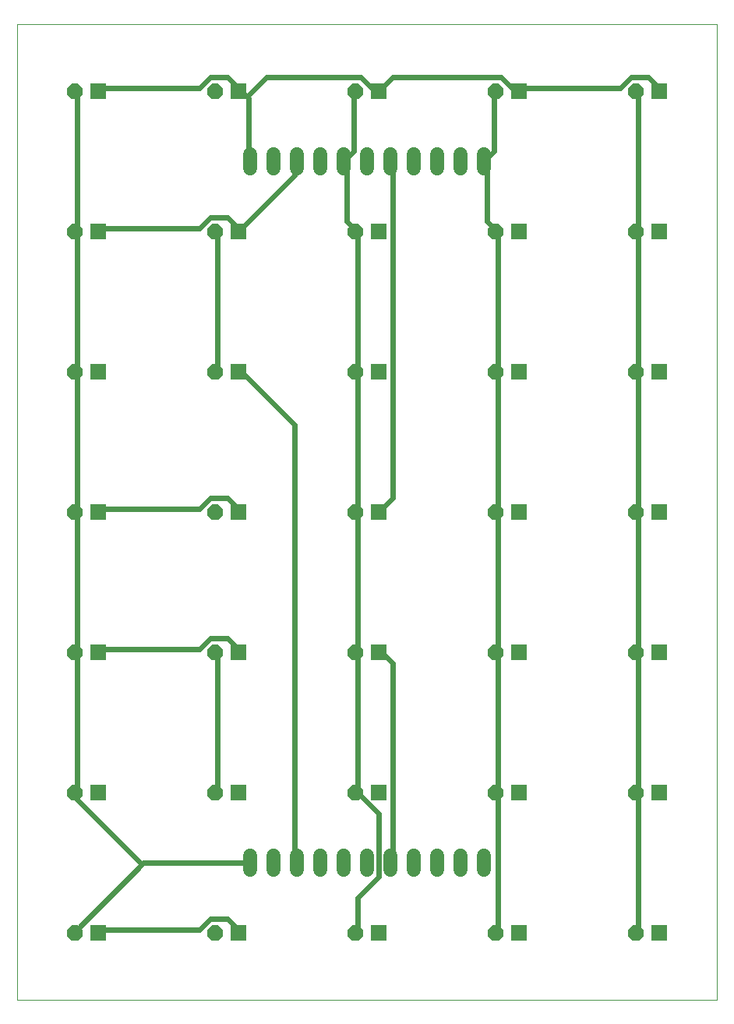
<source format=gtl>
G75*
%MOIN*%
%OFA0B0*%
%FSLAX25Y25*%
%IPPOS*%
%LPD*%
%AMOC8*
5,1,8,0,0,1.08239X$1,22.5*
%
%ADD10C,0.00000*%
%ADD11R,0.06600X0.06600*%
%ADD12OC8,0.06600*%
%ADD13C,0.06000*%
%ADD14C,0.02400*%
D10*
X0001000Y0001000D02*
X0001000Y0418323D01*
X0300213Y0418323D01*
X0300213Y0001000D01*
X0001000Y0001000D01*
D11*
X0035606Y0029661D03*
X0035606Y0089661D03*
X0035606Y0149661D03*
X0035606Y0209661D03*
X0035606Y0269661D03*
X0035606Y0329661D03*
X0035606Y0389661D03*
X0095606Y0389661D03*
X0095606Y0329661D03*
X0095606Y0269661D03*
X0095606Y0209661D03*
X0095606Y0149661D03*
X0095606Y0089661D03*
X0095606Y0029661D03*
X0155606Y0029661D03*
X0155606Y0089661D03*
X0155606Y0149661D03*
X0155606Y0209661D03*
X0155606Y0269661D03*
X0155606Y0329661D03*
X0155606Y0389661D03*
X0215606Y0389661D03*
X0215606Y0329661D03*
X0215606Y0269661D03*
X0215606Y0209661D03*
X0215606Y0149661D03*
X0215606Y0089661D03*
X0215606Y0029661D03*
X0275606Y0029661D03*
X0275606Y0089661D03*
X0275606Y0149661D03*
X0275606Y0209661D03*
X0275606Y0269661D03*
X0275606Y0329661D03*
X0275606Y0389661D03*
D12*
X0265606Y0389661D03*
X0265606Y0329661D03*
X0265606Y0269661D03*
X0265606Y0209661D03*
X0265606Y0149661D03*
X0265606Y0089661D03*
X0265606Y0029661D03*
X0205606Y0029661D03*
X0205606Y0089661D03*
X0205606Y0149661D03*
X0205606Y0209661D03*
X0205606Y0269661D03*
X0205606Y0329661D03*
X0205606Y0389661D03*
X0145606Y0389661D03*
X0145606Y0329661D03*
X0145606Y0269661D03*
X0145606Y0209661D03*
X0145606Y0149661D03*
X0145606Y0089661D03*
X0145606Y0029661D03*
X0085606Y0029661D03*
X0085606Y0089661D03*
X0085606Y0149661D03*
X0085606Y0209661D03*
X0085606Y0269661D03*
X0085606Y0329661D03*
X0085606Y0389661D03*
X0025606Y0389661D03*
X0025606Y0329661D03*
X0025606Y0269661D03*
X0025606Y0209661D03*
X0025606Y0149661D03*
X0025606Y0089661D03*
X0025606Y0029661D03*
D13*
X0100606Y0056661D02*
X0100606Y0062661D01*
X0110606Y0062661D02*
X0110606Y0056661D01*
X0120606Y0056661D02*
X0120606Y0062661D01*
X0130606Y0062661D02*
X0130606Y0056661D01*
X0140606Y0056661D02*
X0140606Y0062661D01*
X0150606Y0062661D02*
X0150606Y0056661D01*
X0160606Y0056661D02*
X0160606Y0062661D01*
X0170606Y0062661D02*
X0170606Y0056661D01*
X0180606Y0056661D02*
X0180606Y0062661D01*
X0190606Y0062661D02*
X0190606Y0056661D01*
X0200606Y0056661D02*
X0200606Y0062661D01*
X0200606Y0356661D02*
X0200606Y0362661D01*
X0190606Y0362661D02*
X0190606Y0356661D01*
X0180606Y0356661D02*
X0180606Y0362661D01*
X0170606Y0362661D02*
X0170606Y0356661D01*
X0160606Y0356661D02*
X0160606Y0362661D01*
X0150606Y0362661D02*
X0150606Y0356661D01*
X0140606Y0356661D02*
X0140606Y0362661D01*
X0130606Y0362661D02*
X0130606Y0356661D01*
X0120606Y0356661D02*
X0120606Y0362661D01*
X0110606Y0362661D02*
X0110606Y0356661D01*
X0100606Y0356661D02*
X0100606Y0362661D01*
D14*
X0100000Y0361000D02*
X0100606Y0359661D01*
X0100000Y0361000D02*
X0100000Y0386500D01*
X0099250Y0387250D01*
X0107500Y0395500D01*
X0148000Y0395500D01*
X0152500Y0391000D01*
X0155500Y0391000D01*
X0155606Y0389661D01*
X0157000Y0391000D01*
X0161500Y0395500D01*
X0208000Y0395500D01*
X0212500Y0391000D01*
X0215500Y0391000D01*
X0215606Y0389661D01*
X0217000Y0391000D01*
X0259000Y0391000D01*
X0263500Y0395500D01*
X0271000Y0395500D01*
X0275500Y0391000D01*
X0275606Y0389661D01*
X0266500Y0389500D02*
X0265606Y0389661D01*
X0266500Y0389500D02*
X0266500Y0331000D01*
X0265606Y0329661D01*
X0266500Y0329500D01*
X0266500Y0271000D01*
X0265606Y0269661D01*
X0266500Y0269500D01*
X0266500Y0211000D01*
X0265606Y0209661D01*
X0266500Y0209500D01*
X0266500Y0151000D01*
X0265606Y0149661D01*
X0266500Y0149500D01*
X0266500Y0091000D01*
X0265606Y0089661D01*
X0266500Y0089500D01*
X0266500Y0031000D01*
X0265606Y0029661D01*
X0206500Y0031000D02*
X0205606Y0029661D01*
X0206500Y0031000D02*
X0206500Y0089500D01*
X0205606Y0089661D01*
X0206500Y0091000D01*
X0206500Y0149500D01*
X0205606Y0149661D01*
X0206500Y0151000D01*
X0206500Y0209500D01*
X0205606Y0209661D01*
X0206500Y0211000D01*
X0206500Y0269500D01*
X0205606Y0269661D01*
X0206500Y0271000D01*
X0206500Y0329500D01*
X0205606Y0329661D01*
X0205000Y0331000D01*
X0202000Y0334000D01*
X0202000Y0359500D01*
X0200606Y0359661D01*
X0202000Y0361000D01*
X0205000Y0364000D01*
X0205000Y0389500D01*
X0205606Y0389661D01*
X0161500Y0359500D02*
X0160606Y0359661D01*
X0161500Y0359500D02*
X0161500Y0215500D01*
X0157000Y0211000D01*
X0155606Y0209661D01*
X0146500Y0209500D02*
X0145606Y0209661D01*
X0146500Y0211000D01*
X0146500Y0269500D01*
X0145606Y0269661D01*
X0146500Y0271000D01*
X0146500Y0329500D01*
X0145606Y0329661D01*
X0145000Y0331000D01*
X0142000Y0334000D01*
X0142000Y0359500D01*
X0140606Y0359661D01*
X0142000Y0361000D01*
X0145000Y0364000D01*
X0145000Y0389500D01*
X0145606Y0389661D01*
X0120606Y0359661D02*
X0119500Y0359500D01*
X0119500Y0353500D01*
X0097000Y0331000D01*
X0095606Y0329661D01*
X0095500Y0331000D01*
X0091000Y0335500D01*
X0083500Y0335500D01*
X0079000Y0331000D01*
X0037000Y0331000D01*
X0035606Y0329661D01*
X0026500Y0329500D02*
X0025606Y0329661D01*
X0026500Y0331000D01*
X0026500Y0389500D01*
X0025606Y0389661D01*
X0035606Y0389661D02*
X0037000Y0391000D01*
X0079000Y0391000D01*
X0083500Y0395500D01*
X0091000Y0395500D01*
X0095500Y0391000D01*
X0095606Y0389661D01*
X0097000Y0389500D01*
X0099250Y0387250D01*
X0086500Y0329500D02*
X0085606Y0329661D01*
X0086500Y0329500D02*
X0086500Y0271000D01*
X0085606Y0269661D01*
X0095606Y0269661D02*
X0097000Y0269500D01*
X0119500Y0247000D01*
X0119500Y0061000D01*
X0120606Y0059661D01*
X0100606Y0059661D02*
X0100000Y0059500D01*
X0055000Y0059500D01*
X0054250Y0058750D01*
X0026500Y0086500D01*
X0026500Y0089500D01*
X0025606Y0089661D01*
X0026500Y0091000D01*
X0026500Y0149500D01*
X0025606Y0149661D01*
X0026500Y0151000D01*
X0026500Y0209500D01*
X0025606Y0209661D01*
X0026500Y0211000D01*
X0026500Y0269500D01*
X0025606Y0269661D01*
X0026500Y0271000D01*
X0026500Y0329500D01*
X0083500Y0215500D02*
X0091000Y0215500D01*
X0095500Y0211000D01*
X0095606Y0209661D01*
X0083500Y0215500D02*
X0079000Y0211000D01*
X0037000Y0211000D01*
X0035606Y0209661D01*
X0037000Y0151000D02*
X0035606Y0149661D01*
X0037000Y0151000D02*
X0079000Y0151000D01*
X0083500Y0155500D01*
X0091000Y0155500D01*
X0095500Y0151000D01*
X0095606Y0149661D01*
X0086500Y0149500D02*
X0085606Y0149661D01*
X0086500Y0149500D02*
X0086500Y0091000D01*
X0085606Y0089661D01*
X0054250Y0058750D02*
X0026500Y0031000D01*
X0025606Y0029661D01*
X0035606Y0029661D02*
X0037000Y0031000D01*
X0079000Y0031000D01*
X0083500Y0035500D01*
X0091000Y0035500D01*
X0095500Y0031000D01*
X0095606Y0029661D01*
X0145606Y0029661D02*
X0146500Y0031000D01*
X0146500Y0044500D01*
X0155500Y0053500D01*
X0155500Y0080500D01*
X0146500Y0089500D01*
X0145606Y0089661D01*
X0146500Y0091000D01*
X0146500Y0149500D01*
X0145606Y0149661D01*
X0146500Y0151000D01*
X0146500Y0209500D01*
X0155606Y0149661D02*
X0157000Y0149500D01*
X0161500Y0145000D01*
X0161500Y0061000D01*
X0160606Y0059661D01*
M02*

</source>
